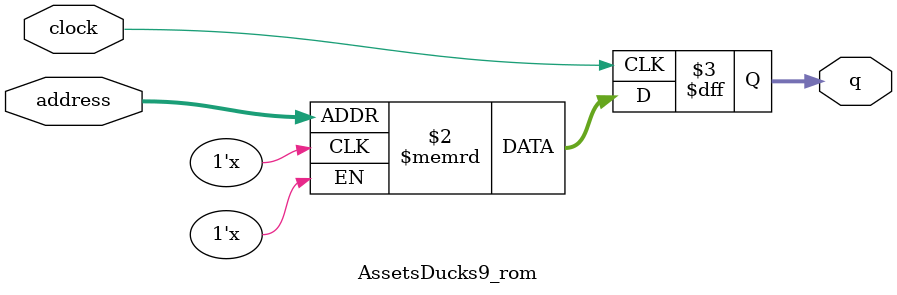
<source format=sv>
module AssetsDucks9_rom (
	input logic clock,
	input logic [11:0] address,
	output logic [3:0] q
);

logic [3:0] memory [0:4095] /* synthesis ram_init_file = "./AssetsDucks9/AssetsDucks9.mif" */;

always_ff @ (posedge clock) begin
	q <= memory[address];
end

endmodule

</source>
